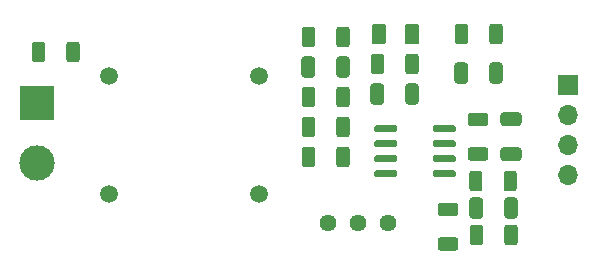
<source format=gbr>
%TF.GenerationSoftware,KiCad,Pcbnew,(5.1.10)-1*%
%TF.CreationDate,2021-10-23T23:22:00+01:00*%
%TF.ProjectId,ZMPT101enhanced,5a4d5054-3130-4316-956e-68616e636564,V1.0*%
%TF.SameCoordinates,Original*%
%TF.FileFunction,Soldermask,Top*%
%TF.FilePolarity,Negative*%
%FSLAX46Y46*%
G04 Gerber Fmt 4.6, Leading zero omitted, Abs format (unit mm)*
G04 Created by KiCad (PCBNEW (5.1.10)-1) date 2021-10-23 23:22:00*
%MOMM*%
%LPD*%
G01*
G04 APERTURE LIST*
%ADD10R,1.700000X1.700000*%
%ADD11O,1.700000X1.700000*%
%ADD12R,3.000000X3.000000*%
%ADD13C,3.000000*%
%ADD14C,1.440000*%
%ADD15C,1.500000*%
G04 APERTURE END LIST*
%TO.C,C1*%
G36*
G01*
X146161999Y-92233000D02*
X147462001Y-92233000D01*
G75*
G02*
X147712000Y-92482999I0J-249999D01*
G01*
X147712000Y-93133001D01*
G75*
G02*
X147462001Y-93383000I-249999J0D01*
G01*
X146161999Y-93383000D01*
G75*
G02*
X145912000Y-93133001I0J249999D01*
G01*
X145912000Y-92482999D01*
G75*
G02*
X146161999Y-92233000I249999J0D01*
G01*
G37*
G36*
G01*
X146161999Y-95183000D02*
X147462001Y-95183000D01*
G75*
G02*
X147712000Y-95432999I0J-249999D01*
G01*
X147712000Y-96083001D01*
G75*
G02*
X147462001Y-96333000I-249999J0D01*
G01*
X146161999Y-96333000D01*
G75*
G02*
X145912000Y-96083001I0J249999D01*
G01*
X145912000Y-95432999D01*
G75*
G02*
X146161999Y-95183000I249999J0D01*
G01*
G37*
%TD*%
%TO.C,C2*%
G36*
G01*
X146237000Y-100980001D02*
X146237000Y-99679999D01*
G75*
G02*
X146486999Y-99430000I249999J0D01*
G01*
X147137001Y-99430000D01*
G75*
G02*
X147387000Y-99679999I0J-249999D01*
G01*
X147387000Y-100980001D01*
G75*
G02*
X147137001Y-101230000I-249999J0D01*
G01*
X146486999Y-101230000D01*
G75*
G02*
X146237000Y-100980001I0J249999D01*
G01*
G37*
G36*
G01*
X143287000Y-100980001D02*
X143287000Y-99679999D01*
G75*
G02*
X143536999Y-99430000I249999J0D01*
G01*
X144187001Y-99430000D01*
G75*
G02*
X144437000Y-99679999I0J-249999D01*
G01*
X144437000Y-100980001D01*
G75*
G02*
X144187001Y-101230000I-249999J0D01*
G01*
X143536999Y-101230000D01*
G75*
G02*
X143287000Y-100980001I0J249999D01*
G01*
G37*
%TD*%
%TO.C,C3*%
G36*
G01*
X134905000Y-91328001D02*
X134905000Y-90027999D01*
G75*
G02*
X135154999Y-89778000I249999J0D01*
G01*
X135805001Y-89778000D01*
G75*
G02*
X136055000Y-90027999I0J-249999D01*
G01*
X136055000Y-91328001D01*
G75*
G02*
X135805001Y-91578000I-249999J0D01*
G01*
X135154999Y-91578000D01*
G75*
G02*
X134905000Y-91328001I0J249999D01*
G01*
G37*
G36*
G01*
X137855000Y-91328001D02*
X137855000Y-90027999D01*
G75*
G02*
X138104999Y-89778000I249999J0D01*
G01*
X138755001Y-89778000D01*
G75*
G02*
X139005000Y-90027999I0J-249999D01*
G01*
X139005000Y-91328001D01*
G75*
G02*
X138755001Y-91578000I-249999J0D01*
G01*
X138104999Y-91578000D01*
G75*
G02*
X137855000Y-91328001I0J249999D01*
G01*
G37*
%TD*%
%TO.C,C4*%
G36*
G01*
X132013000Y-89042001D02*
X132013000Y-87741999D01*
G75*
G02*
X132262999Y-87492000I249999J0D01*
G01*
X132913001Y-87492000D01*
G75*
G02*
X133163000Y-87741999I0J-249999D01*
G01*
X133163000Y-89042001D01*
G75*
G02*
X132913001Y-89292000I-249999J0D01*
G01*
X132262999Y-89292000D01*
G75*
G02*
X132013000Y-89042001I0J249999D01*
G01*
G37*
G36*
G01*
X129063000Y-89042001D02*
X129063000Y-87741999D01*
G75*
G02*
X129312999Y-87492000I249999J0D01*
G01*
X129963001Y-87492000D01*
G75*
G02*
X130213000Y-87741999I0J-249999D01*
G01*
X130213000Y-89042001D01*
G75*
G02*
X129963001Y-89292000I-249999J0D01*
G01*
X129312999Y-89292000D01*
G75*
G02*
X129063000Y-89042001I0J249999D01*
G01*
G37*
%TD*%
%TO.C,C5*%
G36*
G01*
X146117000Y-88249999D02*
X146117000Y-89550001D01*
G75*
G02*
X145867001Y-89800000I-249999J0D01*
G01*
X145216999Y-89800000D01*
G75*
G02*
X144967000Y-89550001I0J249999D01*
G01*
X144967000Y-88249999D01*
G75*
G02*
X145216999Y-88000000I249999J0D01*
G01*
X145867001Y-88000000D01*
G75*
G02*
X146117000Y-88249999I0J-249999D01*
G01*
G37*
G36*
G01*
X143167000Y-88249999D02*
X143167000Y-89550001D01*
G75*
G02*
X142917001Y-89800000I-249999J0D01*
G01*
X142266999Y-89800000D01*
G75*
G02*
X142017000Y-89550001I0J249999D01*
G01*
X142017000Y-88249999D01*
G75*
G02*
X142266999Y-88000000I249999J0D01*
G01*
X142917001Y-88000000D01*
G75*
G02*
X143167000Y-88249999I0J-249999D01*
G01*
G37*
%TD*%
%TO.C,D1*%
G36*
G01*
X135005000Y-86223000D02*
X135005000Y-84973000D01*
G75*
G02*
X135255000Y-84723000I250000J0D01*
G01*
X136005000Y-84723000D01*
G75*
G02*
X136255000Y-84973000I0J-250000D01*
G01*
X136255000Y-86223000D01*
G75*
G02*
X136005000Y-86473000I-250000J0D01*
G01*
X135255000Y-86473000D01*
G75*
G02*
X135005000Y-86223000I0J250000D01*
G01*
G37*
G36*
G01*
X137805000Y-86223000D02*
X137805000Y-84973000D01*
G75*
G02*
X138055000Y-84723000I250000J0D01*
G01*
X138805000Y-84723000D01*
G75*
G02*
X139055000Y-84973000I0J-250000D01*
G01*
X139055000Y-86223000D01*
G75*
G02*
X138805000Y-86473000I-250000J0D01*
G01*
X138055000Y-86473000D01*
G75*
G02*
X137805000Y-86223000I0J250000D01*
G01*
G37*
%TD*%
D10*
%TO.C,J1*%
X151638000Y-89916000D03*
D11*
X151638000Y-92456000D03*
X151638000Y-94996000D03*
X151638000Y-97536000D03*
%TD*%
D12*
%TO.C,J2*%
X106680000Y-91440000D03*
D13*
X106680000Y-96520000D03*
%TD*%
%TO.C,R1*%
G36*
G01*
X144643001Y-96320500D02*
X143392999Y-96320500D01*
G75*
G02*
X143143000Y-96070501I0J249999D01*
G01*
X143143000Y-95445499D01*
G75*
G02*
X143392999Y-95195500I249999J0D01*
G01*
X144643001Y-95195500D01*
G75*
G02*
X144893000Y-95445499I0J-249999D01*
G01*
X144893000Y-96070501D01*
G75*
G02*
X144643001Y-96320500I-249999J0D01*
G01*
G37*
G36*
G01*
X144643001Y-93395500D02*
X143392999Y-93395500D01*
G75*
G02*
X143143000Y-93145501I0J249999D01*
G01*
X143143000Y-92520499D01*
G75*
G02*
X143392999Y-92270500I249999J0D01*
G01*
X144643001Y-92270500D01*
G75*
G02*
X144893000Y-92520499I0J-249999D01*
G01*
X144893000Y-93145501D01*
G75*
G02*
X144643001Y-93395500I-249999J0D01*
G01*
G37*
%TD*%
%TO.C,R2*%
G36*
G01*
X146188000Y-98669001D02*
X146188000Y-97418999D01*
G75*
G02*
X146437999Y-97169000I249999J0D01*
G01*
X147063001Y-97169000D01*
G75*
G02*
X147313000Y-97418999I0J-249999D01*
G01*
X147313000Y-98669001D01*
G75*
G02*
X147063001Y-98919000I-249999J0D01*
G01*
X146437999Y-98919000D01*
G75*
G02*
X146188000Y-98669001I0J249999D01*
G01*
G37*
G36*
G01*
X143263000Y-98669001D02*
X143263000Y-97418999D01*
G75*
G02*
X143512999Y-97169000I249999J0D01*
G01*
X144138001Y-97169000D01*
G75*
G02*
X144388000Y-97418999I0J-249999D01*
G01*
X144388000Y-98669001D01*
G75*
G02*
X144138001Y-98919000I-249999J0D01*
G01*
X143512999Y-98919000D01*
G75*
G02*
X143263000Y-98669001I0J249999D01*
G01*
G37*
%TD*%
%TO.C,R3*%
G36*
G01*
X142103001Y-103940500D02*
X140852999Y-103940500D01*
G75*
G02*
X140603000Y-103690501I0J249999D01*
G01*
X140603000Y-103065499D01*
G75*
G02*
X140852999Y-102815500I249999J0D01*
G01*
X142103001Y-102815500D01*
G75*
G02*
X142353000Y-103065499I0J-249999D01*
G01*
X142353000Y-103690501D01*
G75*
G02*
X142103001Y-103940500I-249999J0D01*
G01*
G37*
G36*
G01*
X142103001Y-101015500D02*
X140852999Y-101015500D01*
G75*
G02*
X140603000Y-100765501I0J249999D01*
G01*
X140603000Y-100140499D01*
G75*
G02*
X140852999Y-99890500I249999J0D01*
G01*
X142103001Y-99890500D01*
G75*
G02*
X142353000Y-100140499I0J-249999D01*
G01*
X142353000Y-100765501D01*
G75*
G02*
X142103001Y-101015500I-249999J0D01*
G01*
G37*
%TD*%
%TO.C,R4*%
G36*
G01*
X132025500Y-96637001D02*
X132025500Y-95386999D01*
G75*
G02*
X132275499Y-95137000I249999J0D01*
G01*
X132900501Y-95137000D01*
G75*
G02*
X133150500Y-95386999I0J-249999D01*
G01*
X133150500Y-96637001D01*
G75*
G02*
X132900501Y-96887000I-249999J0D01*
G01*
X132275499Y-96887000D01*
G75*
G02*
X132025500Y-96637001I0J249999D01*
G01*
G37*
G36*
G01*
X129100500Y-96637001D02*
X129100500Y-95386999D01*
G75*
G02*
X129350499Y-95137000I249999J0D01*
G01*
X129975501Y-95137000D01*
G75*
G02*
X130225500Y-95386999I0J-249999D01*
G01*
X130225500Y-96637001D01*
G75*
G02*
X129975501Y-96887000I-249999J0D01*
G01*
X129350499Y-96887000D01*
G75*
G02*
X129100500Y-96637001I0J249999D01*
G01*
G37*
%TD*%
%TO.C,R5*%
G36*
G01*
X134942500Y-88763001D02*
X134942500Y-87512999D01*
G75*
G02*
X135192499Y-87263000I249999J0D01*
G01*
X135817501Y-87263000D01*
G75*
G02*
X136067500Y-87512999I0J-249999D01*
G01*
X136067500Y-88763001D01*
G75*
G02*
X135817501Y-89013000I-249999J0D01*
G01*
X135192499Y-89013000D01*
G75*
G02*
X134942500Y-88763001I0J249999D01*
G01*
G37*
G36*
G01*
X137867500Y-88763001D02*
X137867500Y-87512999D01*
G75*
G02*
X138117499Y-87263000I249999J0D01*
G01*
X138742501Y-87263000D01*
G75*
G02*
X138992500Y-87512999I0J-249999D01*
G01*
X138992500Y-88763001D01*
G75*
G02*
X138742501Y-89013000I-249999J0D01*
G01*
X138117499Y-89013000D01*
G75*
G02*
X137867500Y-88763001I0J249999D01*
G01*
G37*
%TD*%
%TO.C,R6*%
G36*
G01*
X129100500Y-94097001D02*
X129100500Y-92846999D01*
G75*
G02*
X129350499Y-92597000I249999J0D01*
G01*
X129975501Y-92597000D01*
G75*
G02*
X130225500Y-92846999I0J-249999D01*
G01*
X130225500Y-94097001D01*
G75*
G02*
X129975501Y-94347000I-249999J0D01*
G01*
X129350499Y-94347000D01*
G75*
G02*
X129100500Y-94097001I0J249999D01*
G01*
G37*
G36*
G01*
X132025500Y-94097001D02*
X132025500Y-92846999D01*
G75*
G02*
X132275499Y-92597000I249999J0D01*
G01*
X132900501Y-92597000D01*
G75*
G02*
X133150500Y-92846999I0J-249999D01*
G01*
X133150500Y-94097001D01*
G75*
G02*
X132900501Y-94347000I-249999J0D01*
G01*
X132275499Y-94347000D01*
G75*
G02*
X132025500Y-94097001I0J249999D01*
G01*
G37*
%TD*%
%TO.C,R7*%
G36*
G01*
X129100500Y-91557001D02*
X129100500Y-90306999D01*
G75*
G02*
X129350499Y-90057000I249999J0D01*
G01*
X129975501Y-90057000D01*
G75*
G02*
X130225500Y-90306999I0J-249999D01*
G01*
X130225500Y-91557001D01*
G75*
G02*
X129975501Y-91807000I-249999J0D01*
G01*
X129350499Y-91807000D01*
G75*
G02*
X129100500Y-91557001I0J249999D01*
G01*
G37*
G36*
G01*
X132025500Y-91557001D02*
X132025500Y-90306999D01*
G75*
G02*
X132275499Y-90057000I249999J0D01*
G01*
X132900501Y-90057000D01*
G75*
G02*
X133150500Y-90306999I0J-249999D01*
G01*
X133150500Y-91557001D01*
G75*
G02*
X132900501Y-91807000I-249999J0D01*
G01*
X132275499Y-91807000D01*
G75*
G02*
X132025500Y-91557001I0J249999D01*
G01*
G37*
%TD*%
%TO.C,R8*%
G36*
G01*
X146249500Y-103241001D02*
X146249500Y-101990999D01*
G75*
G02*
X146499499Y-101741000I249999J0D01*
G01*
X147124501Y-101741000D01*
G75*
G02*
X147374500Y-101990999I0J-249999D01*
G01*
X147374500Y-103241001D01*
G75*
G02*
X147124501Y-103491000I-249999J0D01*
G01*
X146499499Y-103491000D01*
G75*
G02*
X146249500Y-103241001I0J249999D01*
G01*
G37*
G36*
G01*
X143324500Y-103241001D02*
X143324500Y-101990999D01*
G75*
G02*
X143574499Y-101741000I249999J0D01*
G01*
X144199501Y-101741000D01*
G75*
G02*
X144449500Y-101990999I0J-249999D01*
G01*
X144449500Y-103241001D01*
G75*
G02*
X144199501Y-103491000I-249999J0D01*
G01*
X143574499Y-103491000D01*
G75*
G02*
X143324500Y-103241001I0J249999D01*
G01*
G37*
%TD*%
%TO.C,R9*%
G36*
G01*
X129100500Y-86477001D02*
X129100500Y-85226999D01*
G75*
G02*
X129350499Y-84977000I249999J0D01*
G01*
X129975501Y-84977000D01*
G75*
G02*
X130225500Y-85226999I0J-249999D01*
G01*
X130225500Y-86477001D01*
G75*
G02*
X129975501Y-86727000I-249999J0D01*
G01*
X129350499Y-86727000D01*
G75*
G02*
X129100500Y-86477001I0J249999D01*
G01*
G37*
G36*
G01*
X132025500Y-86477001D02*
X132025500Y-85226999D01*
G75*
G02*
X132275499Y-84977000I249999J0D01*
G01*
X132900501Y-84977000D01*
G75*
G02*
X133150500Y-85226999I0J-249999D01*
G01*
X133150500Y-86477001D01*
G75*
G02*
X132900501Y-86727000I-249999J0D01*
G01*
X132275499Y-86727000D01*
G75*
G02*
X132025500Y-86477001I0J249999D01*
G01*
G37*
%TD*%
%TO.C,R10*%
G36*
G01*
X109165500Y-87747001D02*
X109165500Y-86496999D01*
G75*
G02*
X109415499Y-86247000I249999J0D01*
G01*
X110040501Y-86247000D01*
G75*
G02*
X110290500Y-86496999I0J-249999D01*
G01*
X110290500Y-87747001D01*
G75*
G02*
X110040501Y-87997000I-249999J0D01*
G01*
X109415499Y-87997000D01*
G75*
G02*
X109165500Y-87747001I0J249999D01*
G01*
G37*
G36*
G01*
X106240500Y-87747001D02*
X106240500Y-86496999D01*
G75*
G02*
X106490499Y-86247000I249999J0D01*
G01*
X107115501Y-86247000D01*
G75*
G02*
X107365500Y-86496999I0J-249999D01*
G01*
X107365500Y-87747001D01*
G75*
G02*
X107115501Y-87997000I-249999J0D01*
G01*
X106490499Y-87997000D01*
G75*
G02*
X106240500Y-87747001I0J249999D01*
G01*
G37*
%TD*%
%TO.C,R11*%
G36*
G01*
X144979500Y-86223001D02*
X144979500Y-84972999D01*
G75*
G02*
X145229499Y-84723000I249999J0D01*
G01*
X145854501Y-84723000D01*
G75*
G02*
X146104500Y-84972999I0J-249999D01*
G01*
X146104500Y-86223001D01*
G75*
G02*
X145854501Y-86473000I-249999J0D01*
G01*
X145229499Y-86473000D01*
G75*
G02*
X144979500Y-86223001I0J249999D01*
G01*
G37*
G36*
G01*
X142054500Y-86223001D02*
X142054500Y-84972999D01*
G75*
G02*
X142304499Y-84723000I249999J0D01*
G01*
X142929501Y-84723000D01*
G75*
G02*
X143179500Y-84972999I0J-249999D01*
G01*
X143179500Y-86223001D01*
G75*
G02*
X142929501Y-86473000I-249999J0D01*
G01*
X142304499Y-86473000D01*
G75*
G02*
X142054500Y-86223001I0J249999D01*
G01*
G37*
%TD*%
D14*
%TO.C,RV1*%
X136398000Y-101600000D03*
X133858000Y-101600000D03*
X131318000Y-101600000D03*
%TD*%
D15*
%TO.C,T1*%
X125476000Y-89154000D03*
X112776000Y-89154000D03*
X112776000Y-99154000D03*
X125476000Y-99154000D03*
%TD*%
%TO.C,U1*%
G36*
G01*
X135234000Y-93749000D02*
X135234000Y-93449000D01*
G75*
G02*
X135384000Y-93299000I150000J0D01*
G01*
X137034000Y-93299000D01*
G75*
G02*
X137184000Y-93449000I0J-150000D01*
G01*
X137184000Y-93749000D01*
G75*
G02*
X137034000Y-93899000I-150000J0D01*
G01*
X135384000Y-93899000D01*
G75*
G02*
X135234000Y-93749000I0J150000D01*
G01*
G37*
G36*
G01*
X135234000Y-95019000D02*
X135234000Y-94719000D01*
G75*
G02*
X135384000Y-94569000I150000J0D01*
G01*
X137034000Y-94569000D01*
G75*
G02*
X137184000Y-94719000I0J-150000D01*
G01*
X137184000Y-95019000D01*
G75*
G02*
X137034000Y-95169000I-150000J0D01*
G01*
X135384000Y-95169000D01*
G75*
G02*
X135234000Y-95019000I0J150000D01*
G01*
G37*
G36*
G01*
X135234000Y-96289000D02*
X135234000Y-95989000D01*
G75*
G02*
X135384000Y-95839000I150000J0D01*
G01*
X137034000Y-95839000D01*
G75*
G02*
X137184000Y-95989000I0J-150000D01*
G01*
X137184000Y-96289000D01*
G75*
G02*
X137034000Y-96439000I-150000J0D01*
G01*
X135384000Y-96439000D01*
G75*
G02*
X135234000Y-96289000I0J150000D01*
G01*
G37*
G36*
G01*
X135234000Y-97559000D02*
X135234000Y-97259000D01*
G75*
G02*
X135384000Y-97109000I150000J0D01*
G01*
X137034000Y-97109000D01*
G75*
G02*
X137184000Y-97259000I0J-150000D01*
G01*
X137184000Y-97559000D01*
G75*
G02*
X137034000Y-97709000I-150000J0D01*
G01*
X135384000Y-97709000D01*
G75*
G02*
X135234000Y-97559000I0J150000D01*
G01*
G37*
G36*
G01*
X140184000Y-97559000D02*
X140184000Y-97259000D01*
G75*
G02*
X140334000Y-97109000I150000J0D01*
G01*
X141984000Y-97109000D01*
G75*
G02*
X142134000Y-97259000I0J-150000D01*
G01*
X142134000Y-97559000D01*
G75*
G02*
X141984000Y-97709000I-150000J0D01*
G01*
X140334000Y-97709000D01*
G75*
G02*
X140184000Y-97559000I0J150000D01*
G01*
G37*
G36*
G01*
X140184000Y-96289000D02*
X140184000Y-95989000D01*
G75*
G02*
X140334000Y-95839000I150000J0D01*
G01*
X141984000Y-95839000D01*
G75*
G02*
X142134000Y-95989000I0J-150000D01*
G01*
X142134000Y-96289000D01*
G75*
G02*
X141984000Y-96439000I-150000J0D01*
G01*
X140334000Y-96439000D01*
G75*
G02*
X140184000Y-96289000I0J150000D01*
G01*
G37*
G36*
G01*
X140184000Y-95019000D02*
X140184000Y-94719000D01*
G75*
G02*
X140334000Y-94569000I150000J0D01*
G01*
X141984000Y-94569000D01*
G75*
G02*
X142134000Y-94719000I0J-150000D01*
G01*
X142134000Y-95019000D01*
G75*
G02*
X141984000Y-95169000I-150000J0D01*
G01*
X140334000Y-95169000D01*
G75*
G02*
X140184000Y-95019000I0J150000D01*
G01*
G37*
G36*
G01*
X140184000Y-93749000D02*
X140184000Y-93449000D01*
G75*
G02*
X140334000Y-93299000I150000J0D01*
G01*
X141984000Y-93299000D01*
G75*
G02*
X142134000Y-93449000I0J-150000D01*
G01*
X142134000Y-93749000D01*
G75*
G02*
X141984000Y-93899000I-150000J0D01*
G01*
X140334000Y-93899000D01*
G75*
G02*
X140184000Y-93749000I0J150000D01*
G01*
G37*
%TD*%
M02*

</source>
